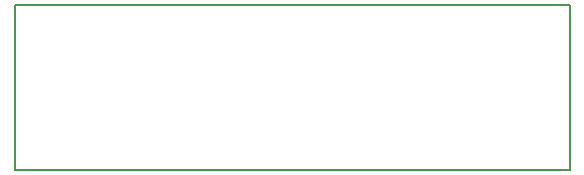
<source format=gbr>
G04 #@! TF.FileFunction,Profile,NP*
%FSLAX46Y46*%
G04 Gerber Fmt 4.6, Leading zero omitted, Abs format (unit mm)*
G04 Created by KiCad (PCBNEW 0.201509101502+6177~30~ubuntu14.04.1-product) date Παρ 18 Σεπ 2015 07:05:43 μμ EEST*
%MOMM*%
G01*
G04 APERTURE LIST*
%ADD10C,0.100000*%
%ADD11C,0.150000*%
G04 APERTURE END LIST*
D10*
D11*
X179070000Y-98425000D02*
X132080000Y-98425000D01*
X179070000Y-112395000D02*
X179070000Y-98425000D01*
X132080000Y-112395000D02*
X179070000Y-112395000D01*
X132080000Y-98425000D02*
X132080000Y-112395000D01*
M02*

</source>
